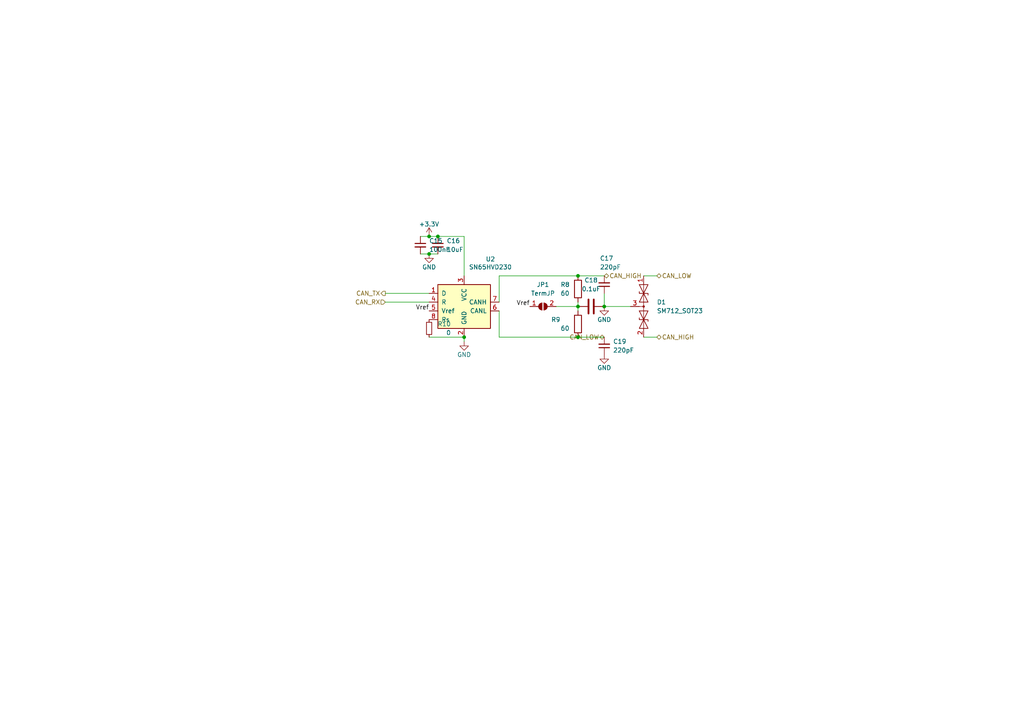
<source format=kicad_sch>
(kicad_sch (version 20230121) (generator eeschema)

  (uuid 58dc14f9-c158-4824-a84e-24a6a482a7a4)

  (paper "A4")

  (lib_symbols
    (symbol "Device:C" (pin_numbers hide) (pin_names (offset 0.254)) (in_bom yes) (on_board yes)
      (property "Reference" "C" (at 0.635 2.54 0)
        (effects (font (size 1.27 1.27)) (justify left))
      )
      (property "Value" "C" (at 0.635 -2.54 0)
        (effects (font (size 1.27 1.27)) (justify left))
      )
      (property "Footprint" "" (at 0.9652 -3.81 0)
        (effects (font (size 1.27 1.27)) hide)
      )
      (property "Datasheet" "~" (at 0 0 0)
        (effects (font (size 1.27 1.27)) hide)
      )
      (property "ki_keywords" "cap capacitor" (at 0 0 0)
        (effects (font (size 1.27 1.27)) hide)
      )
      (property "ki_description" "Unpolarized capacitor" (at 0 0 0)
        (effects (font (size 1.27 1.27)) hide)
      )
      (property "ki_fp_filters" "C_*" (at 0 0 0)
        (effects (font (size 1.27 1.27)) hide)
      )
      (symbol "C_0_1"
        (polyline
          (pts
            (xy -2.032 -0.762)
            (xy 2.032 -0.762)
          )
          (stroke (width 0.508) (type default))
          (fill (type none))
        )
        (polyline
          (pts
            (xy -2.032 0.762)
            (xy 2.032 0.762)
          )
          (stroke (width 0.508) (type default))
          (fill (type none))
        )
      )
      (symbol "C_1_1"
        (pin passive line (at 0 3.81 270) (length 2.794)
          (name "~" (effects (font (size 1.27 1.27))))
          (number "1" (effects (font (size 1.27 1.27))))
        )
        (pin passive line (at 0 -3.81 90) (length 2.794)
          (name "~" (effects (font (size 1.27 1.27))))
          (number "2" (effects (font (size 1.27 1.27))))
        )
      )
    )
    (symbol "Device:C_Small" (pin_numbers hide) (pin_names (offset 0.254) hide) (in_bom yes) (on_board yes)
      (property "Reference" "C" (at 0.254 1.778 0)
        (effects (font (size 1.27 1.27)) (justify left))
      )
      (property "Value" "C_Small" (at 0.254 -2.032 0)
        (effects (font (size 1.27 1.27)) (justify left))
      )
      (property "Footprint" "" (at 0 0 0)
        (effects (font (size 1.27 1.27)) hide)
      )
      (property "Datasheet" "~" (at 0 0 0)
        (effects (font (size 1.27 1.27)) hide)
      )
      (property "ki_keywords" "capacitor cap" (at 0 0 0)
        (effects (font (size 1.27 1.27)) hide)
      )
      (property "ki_description" "Unpolarized capacitor, small symbol" (at 0 0 0)
        (effects (font (size 1.27 1.27)) hide)
      )
      (property "ki_fp_filters" "C_*" (at 0 0 0)
        (effects (font (size 1.27 1.27)) hide)
      )
      (symbol "C_Small_0_1"
        (polyline
          (pts
            (xy -1.524 -0.508)
            (xy 1.524 -0.508)
          )
          (stroke (width 0.3302) (type default))
          (fill (type none))
        )
        (polyline
          (pts
            (xy -1.524 0.508)
            (xy 1.524 0.508)
          )
          (stroke (width 0.3048) (type default))
          (fill (type none))
        )
      )
      (symbol "C_Small_1_1"
        (pin passive line (at 0 2.54 270) (length 2.032)
          (name "~" (effects (font (size 1.27 1.27))))
          (number "1" (effects (font (size 1.27 1.27))))
        )
        (pin passive line (at 0 -2.54 90) (length 2.032)
          (name "~" (effects (font (size 1.27 1.27))))
          (number "2" (effects (font (size 1.27 1.27))))
        )
      )
    )
    (symbol "Device:R" (pin_numbers hide) (pin_names (offset 0)) (in_bom yes) (on_board yes)
      (property "Reference" "R" (at 2.032 0 90)
        (effects (font (size 1.27 1.27)))
      )
      (property "Value" "R" (at 0 0 90)
        (effects (font (size 1.27 1.27)))
      )
      (property "Footprint" "" (at -1.778 0 90)
        (effects (font (size 1.27 1.27)) hide)
      )
      (property "Datasheet" "~" (at 0 0 0)
        (effects (font (size 1.27 1.27)) hide)
      )
      (property "ki_keywords" "R res resistor" (at 0 0 0)
        (effects (font (size 1.27 1.27)) hide)
      )
      (property "ki_description" "Resistor" (at 0 0 0)
        (effects (font (size 1.27 1.27)) hide)
      )
      (property "ki_fp_filters" "R_*" (at 0 0 0)
        (effects (font (size 1.27 1.27)) hide)
      )
      (symbol "R_0_1"
        (rectangle (start -1.016 -2.54) (end 1.016 2.54)
          (stroke (width 0.254) (type default))
          (fill (type none))
        )
      )
      (symbol "R_1_1"
        (pin passive line (at 0 3.81 270) (length 1.27)
          (name "~" (effects (font (size 1.27 1.27))))
          (number "1" (effects (font (size 1.27 1.27))))
        )
        (pin passive line (at 0 -3.81 90) (length 1.27)
          (name "~" (effects (font (size 1.27 1.27))))
          (number "2" (effects (font (size 1.27 1.27))))
        )
      )
    )
    (symbol "Device:R_Small" (pin_numbers hide) (pin_names (offset 0.254) hide) (in_bom yes) (on_board yes)
      (property "Reference" "R" (at 0.762 0.508 0)
        (effects (font (size 1.27 1.27)) (justify left))
      )
      (property "Value" "R_Small" (at 0.762 -1.016 0)
        (effects (font (size 1.27 1.27)) (justify left))
      )
      (property "Footprint" "" (at 0 0 0)
        (effects (font (size 1.27 1.27)) hide)
      )
      (property "Datasheet" "~" (at 0 0 0)
        (effects (font (size 1.27 1.27)) hide)
      )
      (property "ki_keywords" "R resistor" (at 0 0 0)
        (effects (font (size 1.27 1.27)) hide)
      )
      (property "ki_description" "Resistor, small symbol" (at 0 0 0)
        (effects (font (size 1.27 1.27)) hide)
      )
      (property "ki_fp_filters" "R_*" (at 0 0 0)
        (effects (font (size 1.27 1.27)) hide)
      )
      (symbol "R_Small_0_1"
        (rectangle (start -0.762 1.778) (end 0.762 -1.778)
          (stroke (width 0.2032) (type default))
          (fill (type none))
        )
      )
      (symbol "R_Small_1_1"
        (pin passive line (at 0 2.54 270) (length 0.762)
          (name "~" (effects (font (size 1.27 1.27))))
          (number "1" (effects (font (size 1.27 1.27))))
        )
        (pin passive line (at 0 -2.54 90) (length 0.762)
          (name "~" (effects (font (size 1.27 1.27))))
          (number "2" (effects (font (size 1.27 1.27))))
        )
      )
    )
    (symbol "Diode:SM712_SOT23" (pin_names (offset 1.016) hide) (in_bom yes) (on_board yes)
      (property "Reference" "D" (at 0 4.445 0)
        (effects (font (size 1.27 1.27)))
      )
      (property "Value" "SM712_SOT23" (at 0 2.54 0)
        (effects (font (size 1.27 1.27)))
      )
      (property "Footprint" "Package_TO_SOT_SMD:SOT-23" (at 0 -8.89 0)
        (effects (font (size 1.27 1.27)) hide)
      )
      (property "Datasheet" "https://www.littelfuse.com/~/media/electronics/datasheets/tvs_diode_arrays/littelfuse_tvs_diode_array_sm712_datasheet.pdf.pdf" (at -3.81 0 0)
        (effects (font (size 1.27 1.27)) hide)
      )
      (property "ki_keywords" "transient voltage suppressor thyrector transil" (at 0 0 0)
        (effects (font (size 1.27 1.27)) hide)
      )
      (property "ki_description" "7V/12V, 600W Asymmetrical TVS Diode Array, SOT-23" (at 0 0 0)
        (effects (font (size 1.27 1.27)) hide)
      )
      (property "ki_fp_filters" "SOT?23*" (at 0 0 0)
        (effects (font (size 1.27 1.27)) hide)
      )
      (symbol "SM712_SOT23_0_0"
        (polyline
          (pts
            (xy 0 -1.27)
            (xy 0 0)
          )
          (stroke (width 0) (type default))
          (fill (type none))
        )
      )
      (symbol "SM712_SOT23_0_1"
        (polyline
          (pts
            (xy -6.35 0)
            (xy 6.35 0)
          )
          (stroke (width 0) (type default))
          (fill (type none))
        )
        (polyline
          (pts
            (xy -3.302 1.27)
            (xy -3.81 1.27)
            (xy -3.81 -1.27)
            (xy -4.318 -1.27)
          )
          (stroke (width 0.2032) (type default))
          (fill (type none))
        )
        (polyline
          (pts
            (xy 4.318 1.27)
            (xy 3.81 1.27)
            (xy 3.81 -1.27)
            (xy 3.302 -1.27)
          )
          (stroke (width 0.2032) (type default))
          (fill (type none))
        )
        (polyline
          (pts
            (xy -6.35 -1.27)
            (xy -1.27 1.27)
            (xy -1.27 -1.27)
            (xy -6.35 1.27)
            (xy -6.35 -1.27)
          )
          (stroke (width 0.2032) (type default))
          (fill (type none))
        )
        (polyline
          (pts
            (xy 1.27 -1.27)
            (xy 1.27 1.27)
            (xy 6.35 -1.27)
            (xy 6.35 1.27)
            (xy 1.27 -1.27)
          )
          (stroke (width 0.2032) (type default))
          (fill (type none))
        )
        (circle (center 0 0) (radius 0.254)
          (stroke (width 0) (type default))
          (fill (type outline))
        )
      )
      (symbol "SM712_SOT23_1_1"
        (pin passive line (at -8.89 0 0) (length 2.54)
          (name "A1" (effects (font (size 1.27 1.27))))
          (number "1" (effects (font (size 1.27 1.27))))
        )
        (pin passive line (at 8.89 0 180) (length 2.54)
          (name "A2" (effects (font (size 1.27 1.27))))
          (number "2" (effects (font (size 1.27 1.27))))
        )
        (pin input line (at 0 -3.81 90) (length 2.54)
          (name "common" (effects (font (size 1.27 1.27))))
          (number "3" (effects (font (size 1.27 1.27))))
        )
      )
    )
    (symbol "Interface_CAN_LIN:SN65HVD230" (pin_names (offset 1.016)) (in_bom yes) (on_board yes)
      (property "Reference" "U" (at -2.54 10.16 0)
        (effects (font (size 1.27 1.27)) (justify right))
      )
      (property "Value" "SN65HVD230" (at -2.54 7.62 0)
        (effects (font (size 1.27 1.27)) (justify right))
      )
      (property "Footprint" "Package_SO:SOIC-8_3.9x4.9mm_P1.27mm" (at 0 -12.7 0)
        (effects (font (size 1.27 1.27)) hide)
      )
      (property "Datasheet" "http://www.ti.com/lit/ds/symlink/sn65hvd230.pdf" (at -2.54 10.16 0)
        (effects (font (size 1.27 1.27)) hide)
      )
      (property "ki_keywords" "can transeiver ti low-power" (at 0 0 0)
        (effects (font (size 1.27 1.27)) hide)
      )
      (property "ki_description" "CAN Bus Transceivers, 3.3V, 1Mbps, Low-Power capabilities, SOIC-8" (at 0 0 0)
        (effects (font (size 1.27 1.27)) hide)
      )
      (property "ki_fp_filters" "SOIC*3.9x4.9mm*P1.27mm*" (at 0 0 0)
        (effects (font (size 1.27 1.27)) hide)
      )
      (symbol "SN65HVD230_0_1"
        (rectangle (start -7.62 5.08) (end 7.62 -7.62)
          (stroke (width 0.254) (type default))
          (fill (type background))
        )
      )
      (symbol "SN65HVD230_1_1"
        (pin input line (at -10.16 2.54 0) (length 2.54)
          (name "D" (effects (font (size 1.27 1.27))))
          (number "1" (effects (font (size 1.27 1.27))))
        )
        (pin power_in line (at 0 -10.16 90) (length 2.54)
          (name "GND" (effects (font (size 1.27 1.27))))
          (number "2" (effects (font (size 1.27 1.27))))
        )
        (pin power_in line (at 0 7.62 270) (length 2.54)
          (name "VCC" (effects (font (size 1.27 1.27))))
          (number "3" (effects (font (size 1.27 1.27))))
        )
        (pin output line (at -10.16 0 0) (length 2.54)
          (name "R" (effects (font (size 1.27 1.27))))
          (number "4" (effects (font (size 1.27 1.27))))
        )
        (pin output line (at -10.16 -2.54 0) (length 2.54)
          (name "Vref" (effects (font (size 1.27 1.27))))
          (number "5" (effects (font (size 1.27 1.27))))
        )
        (pin bidirectional line (at 10.16 -2.54 180) (length 2.54)
          (name "CANL" (effects (font (size 1.27 1.27))))
          (number "6" (effects (font (size 1.27 1.27))))
        )
        (pin bidirectional line (at 10.16 0 180) (length 2.54)
          (name "CANH" (effects (font (size 1.27 1.27))))
          (number "7" (effects (font (size 1.27 1.27))))
        )
        (pin input line (at -10.16 -5.08 0) (length 2.54)
          (name "Rs" (effects (font (size 1.27 1.27))))
          (number "8" (effects (font (size 1.27 1.27))))
        )
      )
    )
    (symbol "Jumper:SolderJumper_2_Open" (pin_names (offset 0) hide) (in_bom yes) (on_board yes)
      (property "Reference" "JP" (at 0 2.032 0)
        (effects (font (size 1.27 1.27)))
      )
      (property "Value" "SolderJumper_2_Open" (at 0 -2.54 0)
        (effects (font (size 1.27 1.27)))
      )
      (property "Footprint" "" (at 0 0 0)
        (effects (font (size 1.27 1.27)) hide)
      )
      (property "Datasheet" "~" (at 0 0 0)
        (effects (font (size 1.27 1.27)) hide)
      )
      (property "ki_keywords" "solder jumper SPST" (at 0 0 0)
        (effects (font (size 1.27 1.27)) hide)
      )
      (property "ki_description" "Solder Jumper, 2-pole, open" (at 0 0 0)
        (effects (font (size 1.27 1.27)) hide)
      )
      (property "ki_fp_filters" "SolderJumper*Open*" (at 0 0 0)
        (effects (font (size 1.27 1.27)) hide)
      )
      (symbol "SolderJumper_2_Open_0_1"
        (arc (start -0.254 1.016) (mid -1.2656 0) (end -0.254 -1.016)
          (stroke (width 0) (type default))
          (fill (type none))
        )
        (arc (start -0.254 1.016) (mid -1.2656 0) (end -0.254 -1.016)
          (stroke (width 0) (type default))
          (fill (type outline))
        )
        (polyline
          (pts
            (xy -0.254 1.016)
            (xy -0.254 -1.016)
          )
          (stroke (width 0) (type default))
          (fill (type none))
        )
        (polyline
          (pts
            (xy 0.254 1.016)
            (xy 0.254 -1.016)
          )
          (stroke (width 0) (type default))
          (fill (type none))
        )
        (arc (start 0.254 -1.016) (mid 1.2656 0) (end 0.254 1.016)
          (stroke (width 0) (type default))
          (fill (type none))
        )
        (arc (start 0.254 -1.016) (mid 1.2656 0) (end 0.254 1.016)
          (stroke (width 0) (type default))
          (fill (type outline))
        )
      )
      (symbol "SolderJumper_2_Open_1_1"
        (pin passive line (at -3.81 0 0) (length 2.54)
          (name "A" (effects (font (size 1.27 1.27))))
          (number "1" (effects (font (size 1.27 1.27))))
        )
        (pin passive line (at 3.81 0 180) (length 2.54)
          (name "B" (effects (font (size 1.27 1.27))))
          (number "2" (effects (font (size 1.27 1.27))))
        )
      )
    )
    (symbol "power:+3.3V" (power) (pin_names (offset 0)) (in_bom yes) (on_board yes)
      (property "Reference" "#PWR" (at 0 -3.81 0)
        (effects (font (size 1.27 1.27)) hide)
      )
      (property "Value" "+3.3V" (at 0 3.556 0)
        (effects (font (size 1.27 1.27)))
      )
      (property "Footprint" "" (at 0 0 0)
        (effects (font (size 1.27 1.27)) hide)
      )
      (property "Datasheet" "" (at 0 0 0)
        (effects (font (size 1.27 1.27)) hide)
      )
      (property "ki_keywords" "global power" (at 0 0 0)
        (effects (font (size 1.27 1.27)) hide)
      )
      (property "ki_description" "Power symbol creates a global label with name \"+3.3V\"" (at 0 0 0)
        (effects (font (size 1.27 1.27)) hide)
      )
      (symbol "+3.3V_0_1"
        (polyline
          (pts
            (xy -0.762 1.27)
            (xy 0 2.54)
          )
          (stroke (width 0) (type default))
          (fill (type none))
        )
        (polyline
          (pts
            (xy 0 0)
            (xy 0 2.54)
          )
          (stroke (width 0) (type default))
          (fill (type none))
        )
        (polyline
          (pts
            (xy 0 2.54)
            (xy 0.762 1.27)
          )
          (stroke (width 0) (type default))
          (fill (type none))
        )
      )
      (symbol "+3.3V_1_1"
        (pin power_in line (at 0 0 90) (length 0) hide
          (name "+3.3V" (effects (font (size 1.27 1.27))))
          (number "1" (effects (font (size 1.27 1.27))))
        )
      )
    )
    (symbol "power:GND" (power) (pin_names (offset 0)) (in_bom yes) (on_board yes)
      (property "Reference" "#PWR" (at 0 -6.35 0)
        (effects (font (size 1.27 1.27)) hide)
      )
      (property "Value" "GND" (at 0 -3.81 0)
        (effects (font (size 1.27 1.27)))
      )
      (property "Footprint" "" (at 0 0 0)
        (effects (font (size 1.27 1.27)) hide)
      )
      (property "Datasheet" "" (at 0 0 0)
        (effects (font (size 1.27 1.27)) hide)
      )
      (property "ki_keywords" "global power" (at 0 0 0)
        (effects (font (size 1.27 1.27)) hide)
      )
      (property "ki_description" "Power symbol creates a global label with name \"GND\" , ground" (at 0 0 0)
        (effects (font (size 1.27 1.27)) hide)
      )
      (symbol "GND_0_1"
        (polyline
          (pts
            (xy 0 0)
            (xy 0 -1.27)
            (xy 1.27 -1.27)
            (xy 0 -2.54)
            (xy -1.27 -1.27)
            (xy 0 -1.27)
          )
          (stroke (width 0) (type default))
          (fill (type none))
        )
      )
      (symbol "GND_1_1"
        (pin power_in line (at 0 0 270) (length 0) hide
          (name "GND" (effects (font (size 1.27 1.27))))
          (number "1" (effects (font (size 1.27 1.27))))
        )
      )
    )
  )

  (junction (at 124.46 73.66) (diameter 0) (color 0 0 0 0)
    (uuid 23491ef2-02d6-433a-bd5f-f5a5367f6a15)
  )
  (junction (at 167.64 88.9) (diameter 0) (color 0 0 0 0)
    (uuid 2721e00b-3024-4b49-84cb-0a6dc6bf1080)
  )
  (junction (at 124.46 68.58) (diameter 0) (color 0 0 0 0)
    (uuid 39d43575-9958-453d-83d7-4e87cd3821ce)
  )
  (junction (at 167.64 80.01) (diameter 0) (color 0 0 0 0)
    (uuid 491eeab2-edc6-4986-afcf-a58b5c6af4e9)
  )
  (junction (at 175.26 88.9) (diameter 0) (color 0 0 0 0)
    (uuid 67ba57a7-a16e-4aa8-8f01-c3d4b455de0e)
  )
  (junction (at 167.64 97.79) (diameter 0) (color 0 0 0 0)
    (uuid 9cbc95c6-541a-457c-99c9-f0940b8421b1)
  )
  (junction (at 127 68.58) (diameter 0) (color 0 0 0 0)
    (uuid b9243f32-dec4-4ce4-9135-296b9a4faaad)
  )
  (junction (at 134.62 97.79) (diameter 0) (color 0 0 0 0)
    (uuid be75b37b-9c0e-448c-a8a9-e9c9aa0a3d51)
  )

  (wire (pts (xy 186.69 97.79) (xy 190.5 97.79))
    (stroke (width 0) (type default))
    (uuid 004ee8ee-666d-437c-a0c0-8bfd64f211c8)
  )
  (wire (pts (xy 134.62 68.58) (xy 134.62 80.01))
    (stroke (width 0) (type default))
    (uuid 0b7542b1-d4a5-4aec-8ea5-110b5fa3b496)
  )
  (wire (pts (xy 121.92 73.66) (xy 124.46 73.66))
    (stroke (width 0) (type default))
    (uuid 27b54dcf-cf59-47b6-b4b5-6cb225ea335a)
  )
  (wire (pts (xy 144.78 90.17) (xy 144.78 97.79))
    (stroke (width 0) (type default))
    (uuid 27cb800c-91f2-4581-a3df-283140f8de7a)
  )
  (wire (pts (xy 175.26 85.09) (xy 175.26 88.9))
    (stroke (width 0) (type default))
    (uuid 33b30c1e-0c8b-428a-9cc0-88e1b39db179)
  )
  (wire (pts (xy 124.46 68.58) (xy 127 68.58))
    (stroke (width 0) (type default))
    (uuid 3f60c039-330f-4f69-9cc9-3e4bb05f77b6)
  )
  (wire (pts (xy 175.26 88.9) (xy 182.88 88.9))
    (stroke (width 0) (type default))
    (uuid 42549dab-3d39-4fd2-a300-f5bac3018b6b)
  )
  (wire (pts (xy 111.76 87.63) (xy 124.46 87.63))
    (stroke (width 0) (type default))
    (uuid 4fbc0dd6-499e-46bf-b453-8865e610d54c)
  )
  (wire (pts (xy 167.64 97.79) (xy 175.26 97.79))
    (stroke (width 0) (type default))
    (uuid 5c127e1d-9054-40de-b6da-6ff907316b45)
  )
  (wire (pts (xy 124.46 73.66) (xy 127 73.66))
    (stroke (width 0) (type default))
    (uuid 5f7d6f8f-464b-4575-8c77-f9539cf4421d)
  )
  (wire (pts (xy 167.64 88.9) (xy 167.64 90.17))
    (stroke (width 0) (type default))
    (uuid 63e02256-f03f-4cb0-a3e7-95d5e2f9b9e7)
  )
  (wire (pts (xy 186.69 80.01) (xy 190.5 80.01))
    (stroke (width 0) (type default))
    (uuid 73de24e2-b5fe-46dc-a394-fa8483f46b2c)
  )
  (wire (pts (xy 111.76 85.09) (xy 124.46 85.09))
    (stroke (width 0) (type default))
    (uuid 86e29d56-af4c-40fe-8fb4-6d774d3564c0)
  )
  (wire (pts (xy 144.78 97.79) (xy 167.64 97.79))
    (stroke (width 0) (type default))
    (uuid 87b056ce-c433-4082-bd07-29a24fd1dfc2)
  )
  (wire (pts (xy 167.64 87.63) (xy 167.64 88.9))
    (stroke (width 0) (type default))
    (uuid 983eed90-32b1-432e-a36f-f9ca56bf3fa5)
  )
  (wire (pts (xy 161.29 88.9) (xy 167.64 88.9))
    (stroke (width 0) (type default))
    (uuid 993f78b7-74d0-4de5-bec0-8c141bf90bff)
  )
  (wire (pts (xy 124.46 97.79) (xy 134.62 97.79))
    (stroke (width 0) (type default))
    (uuid 9a9b3927-c7e1-4560-999f-db27cf281135)
  )
  (wire (pts (xy 127 68.58) (xy 134.62 68.58))
    (stroke (width 0) (type default))
    (uuid 9b0c79c6-7494-4c8f-a100-8ae44944cf3d)
  )
  (wire (pts (xy 121.92 68.58) (xy 124.46 68.58))
    (stroke (width 0) (type default))
    (uuid a167e8c4-c67c-4825-ad64-818b06ec0b1f)
  )
  (wire (pts (xy 167.64 80.01) (xy 175.26 80.01))
    (stroke (width 0) (type default))
    (uuid a86a5d03-8199-4b24-8e6f-6c3eda94bcc9)
  )
  (wire (pts (xy 134.62 99.06) (xy 134.62 97.79))
    (stroke (width 0) (type default))
    (uuid c2bdd96b-ae16-41e0-9c01-22c8cd929bb9)
  )
  (wire (pts (xy 144.78 87.63) (xy 144.78 80.01))
    (stroke (width 0) (type default))
    (uuid d4c327da-8bbe-4734-99a6-a6c90a8a09d8)
  )
  (wire (pts (xy 144.78 80.01) (xy 167.64 80.01))
    (stroke (width 0) (type default))
    (uuid f3b76ada-10d9-40b1-a4af-ff68421411c5)
  )

  (label "Vref" (at 124.46 90.17 180) (fields_autoplaced)
    (effects (font (size 1.27 1.27)) (justify right bottom))
    (uuid 85878c11-d4b5-4d11-a6be-f032d8348a4d)
  )
  (label "Vref" (at 153.67 88.9 180) (fields_autoplaced)
    (effects (font (size 1.27 1.27)) (justify right bottom))
    (uuid ceaec669-42ab-4740-975c-9af0f9579f52)
  )

  (hierarchical_label "CAN_RX" (shape input) (at 111.76 87.63 180) (fields_autoplaced)
    (effects (font (size 1.27 1.27)) (justify right))
    (uuid 13abf99d-5265-4779-8973-e94370fd18ff)
  )
  (hierarchical_label "CAN_HIGH" (shape bidirectional) (at 175.26 80.01 0) (fields_autoplaced)
    (effects (font (size 1.27 1.27)) (justify left))
    (uuid 52d50990-7239-4271-ab7f-bd767c23b436)
  )
  (hierarchical_label "CAN_TX" (shape output) (at 111.76 85.09 180) (fields_autoplaced)
    (effects (font (size 1.27 1.27)) (justify right))
    (uuid a05d7640-f2f6-4ba7-8c51-5a4af431fc13)
  )
  (hierarchical_label "CAN_HIGH" (shape bidirectional) (at 190.5 97.79 0) (fields_autoplaced)
    (effects (font (size 1.27 1.27)) (justify left))
    (uuid bd1609c1-9e92-4ee5-b01d-8d00f8dc62fa)
  )
  (hierarchical_label "CAN_LOW" (shape bidirectional) (at 190.5 80.01 0) (fields_autoplaced)
    (effects (font (size 1.27 1.27)) (justify left))
    (uuid d9b4b9ec-e761-4f6a-8f3c-09025e57fd3d)
  )
  (hierarchical_label "CAN_LOW" (shape bidirectional) (at 175.26 97.79 180) (fields_autoplaced)
    (effects (font (size 1.27 1.27)) (justify right))
    (uuid f5416ddf-59ed-4f48-b51e-bab29af9d5f1)
  )

  (symbol (lib_id "power:GND") (at 134.62 99.06 0) (unit 1)
    (in_bom yes) (on_board yes) (dnp no) (fields_autoplaced)
    (uuid 00000000-0000-0000-0000-000061946eb3)
    (property "Reference" "#PWR027" (at 134.62 105.41 0)
      (effects (font (size 1.27 1.27)) hide)
    )
    (property "Value" "GND" (at 134.62 102.87 0)
      (effects (font (size 1.27 1.27)))
    )
    (property "Footprint" "" (at 134.62 99.06 0)
      (effects (font (size 1.27 1.27)) hide)
    )
    (property "Datasheet" "" (at 134.62 99.06 0)
      (effects (font (size 1.27 1.27)) hide)
    )
    (pin "1" (uuid a56d1fde-b4ad-42de-a848-9c94bc0cbe09))
    (instances
      (project "RicardoCHEESE"
        (path "/7db990e4-92e1-4f99-b4d2-435bbec1ba83/00000000-0000-0000-0000-000061942b9a"
          (reference "#PWR027") (unit 1)
        )
      )
    )
  )

  (symbol (lib_id "power:+3.3V") (at 124.46 68.58 0) (unit 1)
    (in_bom yes) (on_board yes) (dnp no) (fields_autoplaced)
    (uuid 00000000-0000-0000-0000-000061946eb9)
    (property "Reference" "#PWR024" (at 124.46 72.39 0)
      (effects (font (size 1.27 1.27)) hide)
    )
    (property "Value" "+3.3V" (at 124.46 65.024 0)
      (effects (font (size 1.27 1.27)))
    )
    (property "Footprint" "" (at 124.46 68.58 0)
      (effects (font (size 1.27 1.27)) hide)
    )
    (property "Datasheet" "" (at 124.46 68.58 0)
      (effects (font (size 1.27 1.27)) hide)
    )
    (pin "1" (uuid 510813ff-4301-4d7b-b640-805049ac6194))
    (instances
      (project "RicardoCHEESE"
        (path "/7db990e4-92e1-4f99-b4d2-435bbec1ba83/00000000-0000-0000-0000-000061942b9a"
          (reference "#PWR024") (unit 1)
        )
      )
    )
  )

  (symbol (lib_id "Interface_CAN_LIN:SN65HVD230") (at 134.62 87.63 0) (unit 1)
    (in_bom yes) (on_board yes) (dnp no) (fields_autoplaced)
    (uuid 00000000-0000-0000-0000-000061946ec3)
    (property "Reference" "U2" (at 142.24 75.1586 0)
      (effects (font (size 1.27 1.27)))
    )
    (property "Value" "SN65HVD230" (at 142.24 77.47 0)
      (effects (font (size 1.27 1.27)))
    )
    (property "Footprint" "Package_SO:SOIC-8_3.9x4.9mm_P1.27mm" (at 134.62 100.33 0)
      (effects (font (size 1.27 1.27)) hide)
    )
    (property "Datasheet" "http://www.ti.com/lit/ds/symlink/sn65hvd230.pdf" (at 132.08 77.47 0)
      (effects (font (size 1.27 1.27)) hide)
    )
    (pin "1" (uuid 6bdf4c09-0d97-4f84-a45b-4830c8cb3132))
    (pin "2" (uuid 8524da93-8e55-4af1-8974-d6a0c4c21263))
    (pin "3" (uuid dfe0615d-48dd-4d5e-ae77-f5a2410688c9))
    (pin "4" (uuid cdce2be4-88ef-44ed-b591-e6404a14a2cf))
    (pin "5" (uuid 64d84e49-aaf5-4eba-8a78-1b20287a1fe2))
    (pin "6" (uuid 5f9c5087-aeae-41db-97be-1dd276294553))
    (pin "7" (uuid ab15be4c-1efb-422a-9053-a5c97ba751b0))
    (pin "8" (uuid 570ee06f-38f1-44a9-ae2b-f08cf56305e0))
    (instances
      (project "RicardoCHEESE"
        (path "/7db990e4-92e1-4f99-b4d2-435bbec1ba83/00000000-0000-0000-0000-000061942b9a"
          (reference "U2") (unit 1)
        )
      )
    )
  )

  (symbol (lib_id "Device:C_Small") (at 127 71.12 0) (unit 1)
    (in_bom yes) (on_board yes) (dnp no) (fields_autoplaced)
    (uuid 06b0d844-1c7a-43fd-b8a5-ad8e34e13aac)
    (property "Reference" "C16" (at 129.54 69.8562 0)
      (effects (font (size 1.27 1.27)) (justify left))
    )
    (property "Value" "10uF" (at 129.54 72.3962 0)
      (effects (font (size 1.27 1.27)) (justify left))
    )
    (property "Footprint" "Capacitor_SMD:C_0603_1608Metric" (at 127 71.12 0)
      (effects (font (size 1.27 1.27)) hide)
    )
    (property "Datasheet" "~" (at 127 71.12 0)
      (effects (font (size 1.27 1.27)) hide)
    )
    (pin "1" (uuid 10b20214-515e-42bb-84a6-3f883f19ddfd))
    (pin "2" (uuid 4d2216bc-b14e-4a5b-b3c8-81ce9666e6b8))
    (instances
      (project "RicardoCHEESE"
        (path "/7db990e4-92e1-4f99-b4d2-435bbec1ba83/00000000-0000-0000-0000-000061942b9a"
          (reference "C16") (unit 1)
        )
      )
    )
  )

  (symbol (lib_id "Device:C_Small") (at 175.26 82.55 180) (unit 1)
    (in_bom yes) (on_board yes) (dnp no)
    (uuid 23622c20-4a70-4ee7-b39c-f5519633413f)
    (property "Reference" "C17" (at 173.99 74.93 0)
      (effects (font (size 1.27 1.27)) (justify right))
    )
    (property "Value" "220pF" (at 173.99 77.47 0)
      (effects (font (size 1.27 1.27)) (justify right))
    )
    (property "Footprint" "Capacitor_SMD:C_0402_1005Metric" (at 175.26 82.55 0)
      (effects (font (size 1.27 1.27)) hide)
    )
    (property "Datasheet" "~" (at 175.26 82.55 0)
      (effects (font (size 1.27 1.27)) hide)
    )
    (pin "1" (uuid 6a8c2151-de75-4ce4-92b6-d503d15c9ad4))
    (pin "2" (uuid 75f2870c-086d-4bb5-b7c6-e85cea1de9f0))
    (instances
      (project "RicardoCHEESE"
        (path "/7db990e4-92e1-4f99-b4d2-435bbec1ba83/00000000-0000-0000-0000-000061942b9a"
          (reference "C17") (unit 1)
        )
      )
    )
  )

  (symbol (lib_id "Diode:SM712_SOT23") (at 186.69 88.9 270) (unit 1)
    (in_bom yes) (on_board yes) (dnp no) (fields_autoplaced)
    (uuid 4717c16e-4caf-41db-976f-f247d2a86ecc)
    (property "Reference" "D1" (at 190.5 87.63 90)
      (effects (font (size 1.27 1.27)) (justify left))
    )
    (property "Value" "SM712_SOT23" (at 190.5 90.17 90)
      (effects (font (size 1.27 1.27)) (justify left))
    )
    (property "Footprint" "Package_TO_SOT_SMD:SOT-23" (at 177.8 88.9 0)
      (effects (font (size 1.27 1.27)) hide)
    )
    (property "Datasheet" "https://www.littelfuse.com/~/media/electronics/datasheets/tvs_diode_arrays/littelfuse_tvs_diode_array_sm712_datasheet.pdf.pdf" (at 186.69 85.09 0)
      (effects (font (size 1.27 1.27)) hide)
    )
    (pin "1" (uuid 61d401ba-9a92-46cf-9e74-830b4bae03e8))
    (pin "2" (uuid 0fd63885-740c-4de9-912d-b4c053174f76))
    (pin "3" (uuid c3ea2a06-1773-4450-9273-f6d2533c8ea8))
    (instances
      (project "RicardoCHEESE"
        (path "/7db990e4-92e1-4f99-b4d2-435bbec1ba83/00000000-0000-0000-0000-000061942b9a"
          (reference "D1") (unit 1)
        )
      )
    )
  )

  (symbol (lib_id "power:GND") (at 175.26 88.9 0) (unit 1)
    (in_bom yes) (on_board yes) (dnp no) (fields_autoplaced)
    (uuid 49208f5a-f73e-42f1-9d7d-382d975bd991)
    (property "Reference" "#PWR026" (at 175.26 95.25 0)
      (effects (font (size 1.27 1.27)) hide)
    )
    (property "Value" "GND" (at 175.26 92.71 0)
      (effects (font (size 1.27 1.27)))
    )
    (property "Footprint" "" (at 175.26 88.9 0)
      (effects (font (size 1.27 1.27)) hide)
    )
    (property "Datasheet" "" (at 175.26 88.9 0)
      (effects (font (size 1.27 1.27)) hide)
    )
    (pin "1" (uuid 7279e70a-593e-4bf1-954b-79591693ce8a))
    (instances
      (project "RicardoCHEESE"
        (path "/7db990e4-92e1-4f99-b4d2-435bbec1ba83/00000000-0000-0000-0000-000061942b9a"
          (reference "#PWR026") (unit 1)
        )
      )
    )
  )

  (symbol (lib_id "power:GND") (at 175.26 102.87 0) (unit 1)
    (in_bom yes) (on_board yes) (dnp no) (fields_autoplaced)
    (uuid 54c27e2d-52b9-4197-956b-7db5f761b4df)
    (property "Reference" "#PWR028" (at 175.26 109.22 0)
      (effects (font (size 1.27 1.27)) hide)
    )
    (property "Value" "GND" (at 175.26 106.68 0)
      (effects (font (size 1.27 1.27)))
    )
    (property "Footprint" "" (at 175.26 102.87 0)
      (effects (font (size 1.27 1.27)) hide)
    )
    (property "Datasheet" "" (at 175.26 102.87 0)
      (effects (font (size 1.27 1.27)) hide)
    )
    (pin "1" (uuid 75828b44-2df4-489c-be52-aa6efeac5bb8))
    (instances
      (project "RicardoCHEESE"
        (path "/7db990e4-92e1-4f99-b4d2-435bbec1ba83/00000000-0000-0000-0000-000061942b9a"
          (reference "#PWR028") (unit 1)
        )
      )
    )
  )

  (symbol (lib_id "Device:C_Small") (at 121.92 71.12 0) (unit 1)
    (in_bom yes) (on_board yes) (dnp no) (fields_autoplaced)
    (uuid 759646bf-5c31-420e-aff7-2c1a28ce32e1)
    (property "Reference" "C15" (at 124.46 69.8562 0)
      (effects (font (size 1.27 1.27)) (justify left))
    )
    (property "Value" "100nF" (at 124.46 72.3962 0)
      (effects (font (size 1.27 1.27)) (justify left))
    )
    (property "Footprint" "Capacitor_SMD:C_0402_1005Metric" (at 121.92 71.12 0)
      (effects (font (size 1.27 1.27)) hide)
    )
    (property "Datasheet" "~" (at 121.92 71.12 0)
      (effects (font (size 1.27 1.27)) hide)
    )
    (pin "1" (uuid 805ff4df-d739-4b80-8686-b130f0f1e4c4))
    (pin "2" (uuid f5ddb397-39ab-4fbf-9fd3-c48b6fed8346))
    (instances
      (project "RicardoCHEESE"
        (path "/7db990e4-92e1-4f99-b4d2-435bbec1ba83/00000000-0000-0000-0000-000061942b9a"
          (reference "C15") (unit 1)
        )
      )
    )
  )

  (symbol (lib_id "Device:R_Small") (at 124.46 95.25 0) (mirror y) (unit 1)
    (in_bom yes) (on_board yes) (dnp no)
    (uuid c0a35b75-0e83-4311-add3-5a3930110d30)
    (property "Reference" "R10" (at 130.81 93.98 0)
      (effects (font (size 1.27 1.27)) (justify left))
    )
    (property "Value" "0" (at 130.81 96.52 0)
      (effects (font (size 1.27 1.27)) (justify left))
    )
    (property "Footprint" "Resistor_SMD:R_0603_1608Metric" (at 124.46 95.25 0)
      (effects (font (size 1.27 1.27)) hide)
    )
    (property "Datasheet" "~" (at 124.46 95.25 0)
      (effects (font (size 1.27 1.27)) hide)
    )
    (pin "1" (uuid 0acf5207-dd79-49f1-8d0b-a23806cfadfa))
    (pin "2" (uuid 4a0df9af-6be8-477d-851f-90af9a31af0a))
    (instances
      (project "RicardoCHEESE"
        (path "/7db990e4-92e1-4f99-b4d2-435bbec1ba83/00000000-0000-0000-0000-000061942b9a"
          (reference "R10") (unit 1)
        )
      )
    )
  )

  (symbol (lib_id "Device:R") (at 167.64 93.98 0) (unit 1)
    (in_bom yes) (on_board yes) (dnp no)
    (uuid c363df37-be76-44cd-846e-5e1010ee0d3e)
    (property "Reference" "R9" (at 162.56 92.71 0)
      (effects (font (size 1.27 1.27)) (justify right))
    )
    (property "Value" "60" (at 162.56 95.25 0)
      (effects (font (size 1.27 1.27)) (justify left))
    )
    (property "Footprint" "Resistor_SMD:R_0402_1005Metric" (at 165.862 93.98 90)
      (effects (font (size 1.27 1.27)) hide)
    )
    (property "Datasheet" "~" (at 167.64 93.98 0)
      (effects (font (size 1.27 1.27)) hide)
    )
    (pin "1" (uuid 90f3d599-bb98-41e3-85f2-638568426026))
    (pin "2" (uuid 666b110b-64b3-4b1b-b648-8cefb6eb0bcb))
    (instances
      (project "RicardoCHEESE"
        (path "/7db990e4-92e1-4f99-b4d2-435bbec1ba83/00000000-0000-0000-0000-000061942b9a"
          (reference "R9") (unit 1)
        )
      )
    )
  )

  (symbol (lib_id "Device:R") (at 167.64 83.82 0) (unit 1)
    (in_bom yes) (on_board yes) (dnp no) (fields_autoplaced)
    (uuid c4e42d16-8dbe-42af-a61a-faa72b95fe53)
    (property "Reference" "R8" (at 162.56 82.55 0)
      (effects (font (size 1.27 1.27)) (justify left))
    )
    (property "Value" "60" (at 162.56 85.09 0)
      (effects (font (size 1.27 1.27)) (justify left))
    )
    (property "Footprint" "Resistor_SMD:R_0402_1005Metric" (at 165.862 83.82 90)
      (effects (font (size 1.27 1.27)) hide)
    )
    (property "Datasheet" "~" (at 167.64 83.82 0)
      (effects (font (size 1.27 1.27)) hide)
    )
    (pin "1" (uuid 7aa89fde-e48a-459c-a6d3-ab42cc193dc3))
    (pin "2" (uuid d6841618-1848-4345-b481-0df763199957))
    (instances
      (project "RicardoCHEESE"
        (path "/7db990e4-92e1-4f99-b4d2-435bbec1ba83/00000000-0000-0000-0000-000061942b9a"
          (reference "R8") (unit 1)
        )
      )
    )
  )

  (symbol (lib_id "Device:C") (at 171.45 88.9 90) (unit 1)
    (in_bom yes) (on_board yes) (dnp no) (fields_autoplaced)
    (uuid c905e3f6-13b1-4d5f-8bb5-930cfa107996)
    (property "Reference" "C18" (at 171.45 81.28 90)
      (effects (font (size 1.27 1.27)))
    )
    (property "Value" "0.1uF" (at 171.45 83.82 90)
      (effects (font (size 1.27 1.27)))
    )
    (property "Footprint" "Capacitor_SMD:C_0402_1005Metric" (at 175.26 87.9348 0)
      (effects (font (size 1.27 1.27)) hide)
    )
    (property "Datasheet" "~" (at 171.45 88.9 0)
      (effects (font (size 1.27 1.27)) hide)
    )
    (pin "1" (uuid 661ee4cc-5365-4f1b-b95c-ab7b5ae3a4b3))
    (pin "2" (uuid 8295075a-cd4f-4e53-9e2b-b976b5e9ea64))
    (instances
      (project "RicardoCHEESE"
        (path "/7db990e4-92e1-4f99-b4d2-435bbec1ba83/00000000-0000-0000-0000-000061942b9a"
          (reference "C18") (unit 1)
        )
      )
    )
  )

  (symbol (lib_id "power:GND") (at 124.46 73.66 0) (unit 1)
    (in_bom yes) (on_board yes) (dnp no) (fields_autoplaced)
    (uuid d85aebac-c325-42de-8c8e-5349542a2954)
    (property "Reference" "#PWR025" (at 124.46 80.01 0)
      (effects (font (size 1.27 1.27)) hide)
    )
    (property "Value" "GND" (at 124.46 77.47 0)
      (effects (font (size 1.27 1.27)))
    )
    (property "Footprint" "" (at 124.46 73.66 0)
      (effects (font (size 1.27 1.27)) hide)
    )
    (property "Datasheet" "" (at 124.46 73.66 0)
      (effects (font (size 1.27 1.27)) hide)
    )
    (pin "1" (uuid 4c69aef8-d654-4204-8883-b2a00aa0121d))
    (instances
      (project "RicardoCHEESE"
        (path "/7db990e4-92e1-4f99-b4d2-435bbec1ba83/00000000-0000-0000-0000-000061942b9a"
          (reference "#PWR025") (unit 1)
        )
      )
    )
  )

  (symbol (lib_id "Jumper:SolderJumper_2_Open") (at 157.48 88.9 0) (unit 1)
    (in_bom yes) (on_board yes) (dnp no) (fields_autoplaced)
    (uuid deb2b25e-9fb0-448e-88c5-95a67db1d371)
    (property "Reference" "JP1" (at 157.48 82.55 0)
      (effects (font (size 1.27 1.27)))
    )
    (property "Value" "TermJP" (at 157.48 85.09 0)
      (effects (font (size 1.27 1.27)))
    )
    (property "Footprint" "Jumper:SolderJumper-2_P1.3mm_Open_RoundedPad1.0x1.5mm" (at 157.48 88.9 0)
      (effects (font (size 1.27 1.27)) hide)
    )
    (property "Datasheet" "~" (at 157.48 88.9 0)
      (effects (font (size 1.27 1.27)) hide)
    )
    (pin "1" (uuid 02687bfe-ff5d-46db-8b17-8d511831222d))
    (pin "2" (uuid d46021fe-915e-49d5-a5e2-38f7dc5223f8))
    (instances
      (project "RicardoCHEESE"
        (path "/7db990e4-92e1-4f99-b4d2-435bbec1ba83/00000000-0000-0000-0000-000061942b9a"
          (reference "JP1") (unit 1)
        )
      )
    )
  )

  (symbol (lib_id "Device:C_Small") (at 175.26 100.33 180) (unit 1)
    (in_bom yes) (on_board yes) (dnp no) (fields_autoplaced)
    (uuid f5a97da1-282d-43a4-ae5f-607cebde55a6)
    (property "Reference" "C19" (at 177.8 99.0535 0)
      (effects (font (size 1.27 1.27)) (justify right))
    )
    (property "Value" "220pF" (at 177.8 101.5935 0)
      (effects (font (size 1.27 1.27)) (justify right))
    )
    (property "Footprint" "Capacitor_SMD:C_0402_1005Metric" (at 175.26 100.33 0)
      (effects (font (size 1.27 1.27)) hide)
    )
    (property "Datasheet" "~" (at 175.26 100.33 0)
      (effects (font (size 1.27 1.27)) hide)
    )
    (pin "1" (uuid c685cfd7-e386-40bf-bf60-826ff44dfc78))
    (pin "2" (uuid 38414853-6148-45ae-9788-69224b7341e0))
    (instances
      (project "RicardoCHEESE"
        (path "/7db990e4-92e1-4f99-b4d2-435bbec1ba83/00000000-0000-0000-0000-000061942b9a"
          (reference "C19") (unit 1)
        )
      )
    )
  )
)

</source>
